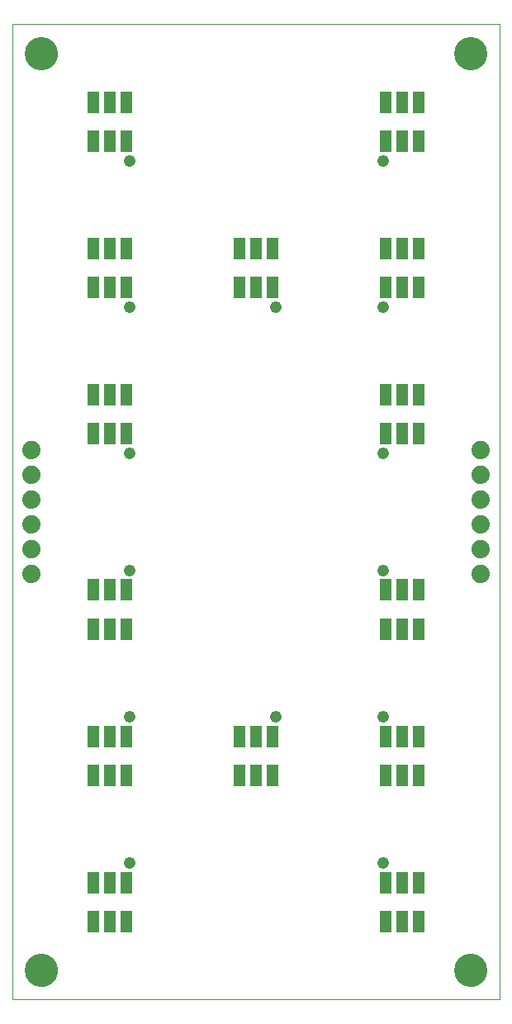
<source format=gts>
G75*
G70*
%OFA0B0*%
%FSLAX24Y24*%
%IPPOS*%
%LPD*%
%AMOC8*
5,1,8,0,0,1.08239X$1,22.5*
%
%ADD10C,0.0000*%
%ADD11C,0.1340*%
%ADD12R,0.0513X0.0867*%
%ADD13C,0.0740*%
%ADD14C,0.0476*%
D10*
X000554Y000554D02*
X000554Y039924D01*
X020239Y039924D01*
X020239Y000554D01*
X000554Y000554D01*
X001105Y001735D02*
X001107Y001785D01*
X001113Y001835D01*
X001123Y001884D01*
X001137Y001932D01*
X001154Y001979D01*
X001175Y002024D01*
X001200Y002068D01*
X001228Y002109D01*
X001260Y002148D01*
X001294Y002185D01*
X001331Y002219D01*
X001371Y002249D01*
X001413Y002276D01*
X001457Y002300D01*
X001503Y002321D01*
X001550Y002337D01*
X001598Y002350D01*
X001648Y002359D01*
X001697Y002364D01*
X001748Y002365D01*
X001798Y002362D01*
X001847Y002355D01*
X001896Y002344D01*
X001944Y002329D01*
X001990Y002311D01*
X002035Y002289D01*
X002078Y002263D01*
X002119Y002234D01*
X002158Y002202D01*
X002194Y002167D01*
X002226Y002129D01*
X002256Y002089D01*
X002283Y002046D01*
X002306Y002002D01*
X002325Y001956D01*
X002341Y001908D01*
X002353Y001859D01*
X002361Y001810D01*
X002365Y001760D01*
X002365Y001710D01*
X002361Y001660D01*
X002353Y001611D01*
X002341Y001562D01*
X002325Y001514D01*
X002306Y001468D01*
X002283Y001424D01*
X002256Y001381D01*
X002226Y001341D01*
X002194Y001303D01*
X002158Y001268D01*
X002119Y001236D01*
X002078Y001207D01*
X002035Y001181D01*
X001990Y001159D01*
X001944Y001141D01*
X001896Y001126D01*
X001847Y001115D01*
X001798Y001108D01*
X001748Y001105D01*
X001697Y001106D01*
X001648Y001111D01*
X001598Y001120D01*
X001550Y001133D01*
X001503Y001149D01*
X001457Y001170D01*
X001413Y001194D01*
X001371Y001221D01*
X001331Y001251D01*
X001294Y001285D01*
X001260Y001322D01*
X001228Y001361D01*
X001200Y001402D01*
X001175Y001446D01*
X001154Y001491D01*
X001137Y001538D01*
X001123Y001586D01*
X001113Y001635D01*
X001107Y001685D01*
X001105Y001735D01*
X018428Y001735D02*
X018430Y001785D01*
X018436Y001835D01*
X018446Y001884D01*
X018460Y001932D01*
X018477Y001979D01*
X018498Y002024D01*
X018523Y002068D01*
X018551Y002109D01*
X018583Y002148D01*
X018617Y002185D01*
X018654Y002219D01*
X018694Y002249D01*
X018736Y002276D01*
X018780Y002300D01*
X018826Y002321D01*
X018873Y002337D01*
X018921Y002350D01*
X018971Y002359D01*
X019020Y002364D01*
X019071Y002365D01*
X019121Y002362D01*
X019170Y002355D01*
X019219Y002344D01*
X019267Y002329D01*
X019313Y002311D01*
X019358Y002289D01*
X019401Y002263D01*
X019442Y002234D01*
X019481Y002202D01*
X019517Y002167D01*
X019549Y002129D01*
X019579Y002089D01*
X019606Y002046D01*
X019629Y002002D01*
X019648Y001956D01*
X019664Y001908D01*
X019676Y001859D01*
X019684Y001810D01*
X019688Y001760D01*
X019688Y001710D01*
X019684Y001660D01*
X019676Y001611D01*
X019664Y001562D01*
X019648Y001514D01*
X019629Y001468D01*
X019606Y001424D01*
X019579Y001381D01*
X019549Y001341D01*
X019517Y001303D01*
X019481Y001268D01*
X019442Y001236D01*
X019401Y001207D01*
X019358Y001181D01*
X019313Y001159D01*
X019267Y001141D01*
X019219Y001126D01*
X019170Y001115D01*
X019121Y001108D01*
X019071Y001105D01*
X019020Y001106D01*
X018971Y001111D01*
X018921Y001120D01*
X018873Y001133D01*
X018826Y001149D01*
X018780Y001170D01*
X018736Y001194D01*
X018694Y001221D01*
X018654Y001251D01*
X018617Y001285D01*
X018583Y001322D01*
X018551Y001361D01*
X018523Y001402D01*
X018498Y001446D01*
X018477Y001491D01*
X018460Y001538D01*
X018446Y001586D01*
X018436Y001635D01*
X018430Y001685D01*
X018428Y001735D01*
X018428Y038743D02*
X018430Y038793D01*
X018436Y038843D01*
X018446Y038892D01*
X018460Y038940D01*
X018477Y038987D01*
X018498Y039032D01*
X018523Y039076D01*
X018551Y039117D01*
X018583Y039156D01*
X018617Y039193D01*
X018654Y039227D01*
X018694Y039257D01*
X018736Y039284D01*
X018780Y039308D01*
X018826Y039329D01*
X018873Y039345D01*
X018921Y039358D01*
X018971Y039367D01*
X019020Y039372D01*
X019071Y039373D01*
X019121Y039370D01*
X019170Y039363D01*
X019219Y039352D01*
X019267Y039337D01*
X019313Y039319D01*
X019358Y039297D01*
X019401Y039271D01*
X019442Y039242D01*
X019481Y039210D01*
X019517Y039175D01*
X019549Y039137D01*
X019579Y039097D01*
X019606Y039054D01*
X019629Y039010D01*
X019648Y038964D01*
X019664Y038916D01*
X019676Y038867D01*
X019684Y038818D01*
X019688Y038768D01*
X019688Y038718D01*
X019684Y038668D01*
X019676Y038619D01*
X019664Y038570D01*
X019648Y038522D01*
X019629Y038476D01*
X019606Y038432D01*
X019579Y038389D01*
X019549Y038349D01*
X019517Y038311D01*
X019481Y038276D01*
X019442Y038244D01*
X019401Y038215D01*
X019358Y038189D01*
X019313Y038167D01*
X019267Y038149D01*
X019219Y038134D01*
X019170Y038123D01*
X019121Y038116D01*
X019071Y038113D01*
X019020Y038114D01*
X018971Y038119D01*
X018921Y038128D01*
X018873Y038141D01*
X018826Y038157D01*
X018780Y038178D01*
X018736Y038202D01*
X018694Y038229D01*
X018654Y038259D01*
X018617Y038293D01*
X018583Y038330D01*
X018551Y038369D01*
X018523Y038410D01*
X018498Y038454D01*
X018477Y038499D01*
X018460Y038546D01*
X018446Y038594D01*
X018436Y038643D01*
X018430Y038693D01*
X018428Y038743D01*
X001105Y038743D02*
X001107Y038793D01*
X001113Y038843D01*
X001123Y038892D01*
X001137Y038940D01*
X001154Y038987D01*
X001175Y039032D01*
X001200Y039076D01*
X001228Y039117D01*
X001260Y039156D01*
X001294Y039193D01*
X001331Y039227D01*
X001371Y039257D01*
X001413Y039284D01*
X001457Y039308D01*
X001503Y039329D01*
X001550Y039345D01*
X001598Y039358D01*
X001648Y039367D01*
X001697Y039372D01*
X001748Y039373D01*
X001798Y039370D01*
X001847Y039363D01*
X001896Y039352D01*
X001944Y039337D01*
X001990Y039319D01*
X002035Y039297D01*
X002078Y039271D01*
X002119Y039242D01*
X002158Y039210D01*
X002194Y039175D01*
X002226Y039137D01*
X002256Y039097D01*
X002283Y039054D01*
X002306Y039010D01*
X002325Y038964D01*
X002341Y038916D01*
X002353Y038867D01*
X002361Y038818D01*
X002365Y038768D01*
X002365Y038718D01*
X002361Y038668D01*
X002353Y038619D01*
X002341Y038570D01*
X002325Y038522D01*
X002306Y038476D01*
X002283Y038432D01*
X002256Y038389D01*
X002226Y038349D01*
X002194Y038311D01*
X002158Y038276D01*
X002119Y038244D01*
X002078Y038215D01*
X002035Y038189D01*
X001990Y038167D01*
X001944Y038149D01*
X001896Y038134D01*
X001847Y038123D01*
X001798Y038116D01*
X001748Y038113D01*
X001697Y038114D01*
X001648Y038119D01*
X001598Y038128D01*
X001550Y038141D01*
X001503Y038157D01*
X001457Y038178D01*
X001413Y038202D01*
X001371Y038229D01*
X001331Y038259D01*
X001294Y038293D01*
X001260Y038330D01*
X001228Y038369D01*
X001200Y038410D01*
X001175Y038454D01*
X001154Y038499D01*
X001137Y038546D01*
X001123Y038594D01*
X001113Y038643D01*
X001107Y038693D01*
X001105Y038743D01*
D11*
X001735Y038743D03*
X019058Y038743D03*
X019058Y001735D03*
X001735Y001735D03*
D12*
X003822Y003704D03*
X004491Y003704D03*
X005161Y003704D03*
X005161Y005279D03*
X004491Y005279D03*
X003822Y005279D03*
X003822Y009609D03*
X004491Y009609D03*
X005161Y009609D03*
X005161Y011184D03*
X004491Y011184D03*
X003822Y011184D03*
X003822Y015515D03*
X004491Y015515D03*
X005161Y015515D03*
X005161Y017090D03*
X004491Y017090D03*
X003822Y017090D03*
X003822Y023389D03*
X004491Y023389D03*
X005161Y023389D03*
X005161Y024964D03*
X004491Y024964D03*
X003822Y024964D03*
X003822Y029294D03*
X004491Y029294D03*
X005161Y029294D03*
X005161Y030869D03*
X004491Y030869D03*
X003822Y030869D03*
X003822Y035200D03*
X004491Y035200D03*
X005161Y035200D03*
X005161Y036775D03*
X004491Y036775D03*
X003822Y036775D03*
X009728Y030869D03*
X010397Y030869D03*
X011066Y030869D03*
X011066Y029294D03*
X010397Y029294D03*
X009728Y029294D03*
X015633Y029294D03*
X016302Y029294D03*
X016972Y029294D03*
X016972Y030869D03*
X016302Y030869D03*
X015633Y030869D03*
X015633Y035200D03*
X016302Y035200D03*
X016972Y035200D03*
X016972Y036775D03*
X016302Y036775D03*
X015633Y036775D03*
X015633Y024964D03*
X016302Y024964D03*
X016972Y024964D03*
X016972Y023389D03*
X016302Y023389D03*
X015633Y023389D03*
X015633Y017090D03*
X016302Y017090D03*
X016972Y017090D03*
X016972Y015515D03*
X016302Y015515D03*
X015633Y015515D03*
X015633Y011184D03*
X016302Y011184D03*
X016972Y011184D03*
X016972Y009609D03*
X016302Y009609D03*
X015633Y009609D03*
X015633Y005279D03*
X016302Y005279D03*
X016972Y005279D03*
X016972Y003704D03*
X016302Y003704D03*
X015633Y003704D03*
X011066Y009609D03*
X010397Y009609D03*
X009728Y009609D03*
X009728Y011184D03*
X010397Y011184D03*
X011066Y011184D03*
D13*
X019452Y017739D03*
X019452Y018739D03*
X019452Y019739D03*
X019452Y020739D03*
X019452Y021739D03*
X019452Y022739D03*
X001342Y022739D03*
X001342Y021739D03*
X001342Y020739D03*
X001342Y019739D03*
X001342Y018739D03*
X001342Y017739D03*
D14*
X005279Y017877D03*
X005279Y022602D03*
X005279Y028507D03*
X005279Y034413D03*
X011184Y028507D03*
X015515Y028507D03*
X015515Y022602D03*
X015515Y017877D03*
X015515Y011972D03*
X015515Y006066D03*
X011184Y011972D03*
X005279Y011972D03*
X005279Y006066D03*
X015515Y034413D03*
M02*

</source>
